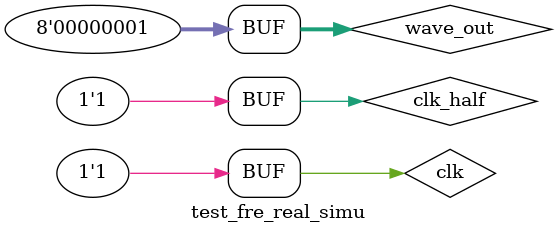
<source format=v>
`timescale 1ns / 1ps
module test_fre_real_simu;
reg clk;
reg clk_half;
reg [7:0] wave_out;
//reg [7:0] DAC_sin;
//reg [7:0] DAC_squ;
//reg [7:0] DAC_tri;
//reg [7:0] DAC_saw;
wire [3:0] fre_rea_thou;
wire [3:0] fre_rea_hund;
wire [3:0] fre_rea_ten;
wire [3:0] fre_rea_one;
test_fre_real u0(
.clk(clk),
.clk_half(clk_half),
.wave_out(wave_out),
//.DAC_sin(DAC_sin),
//.DAC_squ(DAC_squ),
//.DAC_tri(DAC_tri),
//.DAC_saw(DAC_saw),
.fre_rea_thou(fre_rea_thou),
.fre_rea_hund(fre_rea_hund),
.fre_rea_ten(fre_rea_ten),
.fre_rea_one(fre_rea_one)
);
initial begin
wave_out<=8'd0;
clk_half=1'b1;
end
always begin
#10 clk=1'b0;
#10 clk=1'b1;
end
always begin
#5000 clk_half=1'b0;    //Ä£Äâ0.5Hz
#5000 clk_half=1'b1;
end
always begin
#20 wave_out<=8'd200;    //´óÓÚ127
#20 wave_out<=8'd1;
end
endmodule

</source>
